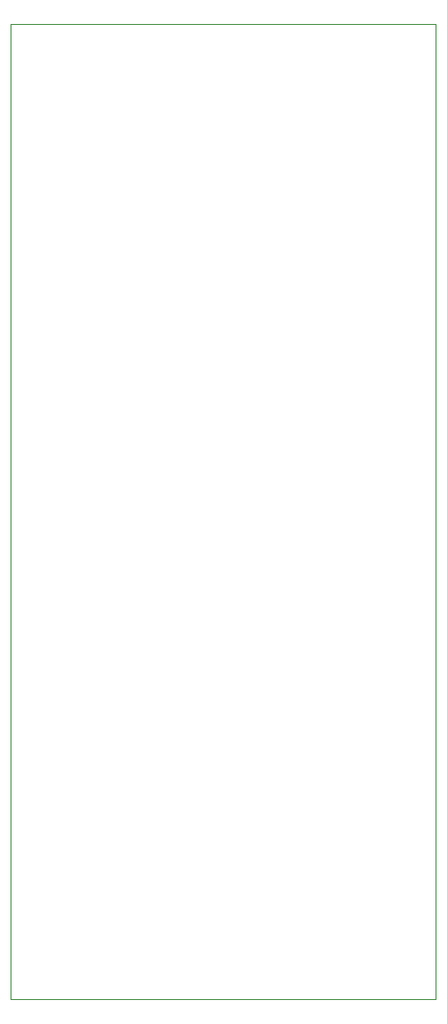
<source format=gm1>
%TF.GenerationSoftware,KiCad,Pcbnew,(5.1.10)-1*%
%TF.CreationDate,2021-09-30T12:58:34+08:00*%
%TF.ProjectId,KCORES CSPS to ATX Converter,4b434f52-4553-4204-9353-505320746f20,1.0*%
%TF.SameCoordinates,Original*%
%TF.FileFunction,Profile,NP*%
%FSLAX46Y46*%
G04 Gerber Fmt 4.6, Leading zero omitted, Abs format (unit mm)*
G04 Created by KiCad (PCBNEW (5.1.10)-1) date 2021-09-30 12:58:34*
%MOMM*%
%LPD*%
G01*
G04 APERTURE LIST*
%TA.AperFunction,Profile*%
%ADD10C,0.050000*%
%TD*%
G04 APERTURE END LIST*
D10*
X89523000Y-162750000D02*
X89523000Y-76650000D01*
X127115000Y-76650000D02*
X89523000Y-76650000D01*
X127115000Y-162750000D02*
X127115000Y-76650000D01*
X127115000Y-162750000D02*
X89523000Y-162750000D01*
M02*

</source>
